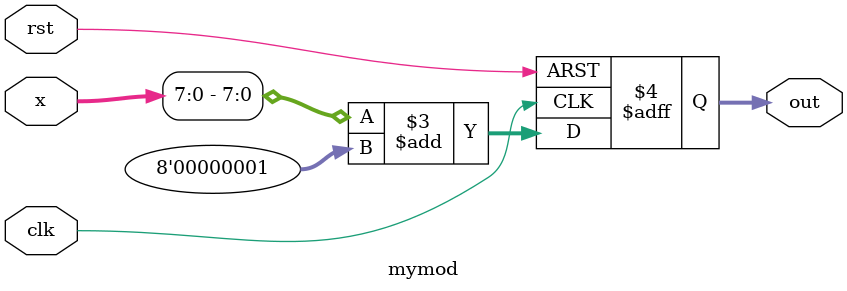
<source format=sv>
module mymod (input logic [0:0] clk,
  input logic [0:0] rst,

  input logic [15:0] x,
  output logic [7:0] out);

  always @ (posedge clk or posedge rst) begin
    if (rst == 1'h1) begin
      out <= 8'h0;
    end else begin
      out <= x[7:0] + 8'h1;
    end
  end
endmodule

</source>
